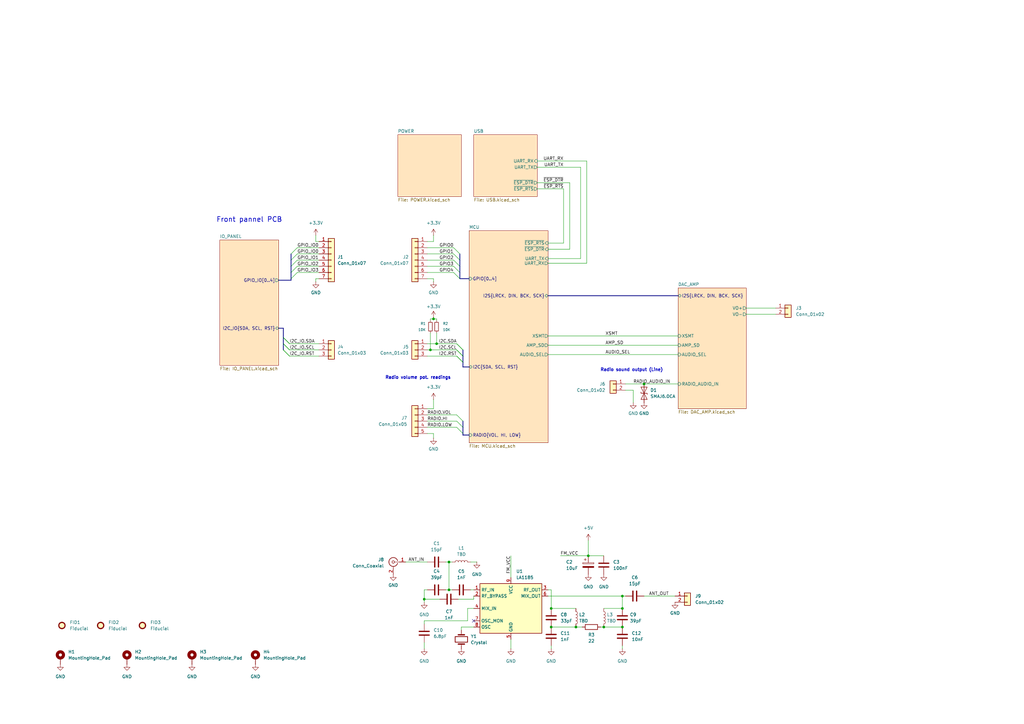
<source format=kicad_sch>
(kicad_sch (version 20250114) (generator "eeschema") (generator_version "9.0")
  (paper "A3")
  (title_block (title "Tesla sextant BT") (rev "2.0"))
  (lib_symbols
    (symbol "Connector:Conn_Coaxial" (pin_names (offset 1.016) (hide yes))
      (property "Reference" "J" (at 0.254 3.048 0))
      (property "Value" "Conn_Coaxial" (at 2.921 0 90))
      (symbol "Conn_Coaxial_0_1"
        (polyline (pts (xy -2.54 0) (xy -0.508 0)))
        (arc (start 1.778 0) (mid 0.222 -1.8079) (end -1.778 -0.508) (stroke (width 0.254)))
        (arc (start -1.778 0.508) (mid 0.2221 1.8084) (end 1.778 0) (stroke (width 0.254)))
        (circle (center 0 0) (radius 0.508) (stroke (width 0.2032)))
        (polyline (pts (xy 0 -2.54) (xy 0 -1.778)))
      )
      (symbol "Conn_Coaxial_1_1"
        (pin passive line (at -5.08 0 0) (length 2.54) (name "In") (number "1"))
        (pin passive line (at 0 -5.08 90) (length 2.54) (name "Ext") (number "2"))
      )
    )
    (symbol "Connector_Generic:Conn_01x02" (pin_names (offset 1.016) (hide yes))
      (property "Reference" "J" (at 0 2.54 0))
      (property "Value" "Conn_01x02" (at 0 -5.08 0))
      (symbol "Conn_01x02_1_1"
        (rectangle (start -1.27 1.27) (end 1.27 -3.81) (stroke (width 0.254)) (fill (type background)))
        (rectangle (start -1.27 0.127) (end 0 -0.127) (stroke (width 0.1524)))
        (rectangle (start -1.27 -2.413) (end 0 -2.667) (stroke (width 0.1524)))
        (pin passive line (at -5.08 0 0) (length 3.81) (name "Pin_1") (number "1"))
        (pin passive line (at -5.08 -2.54 0) (length 3.81) (name "Pin_2") (number "2"))
      )
    )
    (symbol "Connector_Generic:Conn_01x03" (pin_names (offset 1.016) (hide yes))
      (property "Reference" "J" (at 0 5.08 0))
      (property "Value" "Conn_01x03" (at 0 -5.08 0))
      (symbol "Conn_01x03_1_1"
        (rectangle (start -1.27 3.81) (end 1.27 -3.81) (stroke (width 0.254)) (fill (type background)))
        (rectangle (start -1.27 2.667) (end 0 2.413) (stroke (width 0.1524)))
        (rectangle (start -1.27 0.127) (end 0 -0.127) (stroke (width 0.1524)))
        (rectangle (start -1.27 -2.413) (end 0 -2.667) (stroke (width 0.1524)))
        (pin passive line (at -5.08 2.54 0) (length 3.81) (name "Pin_1") (number "1"))
        (pin passive line (at -5.08 0 0) (length 3.81) (name "Pin_2") (number "2"))
        (pin passive line (at -5.08 -2.54 0) (length 3.81) (name "Pin_3") (number "3"))
      )
    )
    (symbol "Connector_Generic:Conn_01x05" (pin_names (offset 1.016) (hide yes))
      (property "Reference" "J" (at 0 7.62 0))
      (property "Value" "Conn_01x05" (at 0 -7.62 0))
      (symbol "Conn_01x05_1_1"
        (rectangle (start -1.27 6.35) (end 1.27 -6.35) (stroke (width 0.254)) (fill (type background)))
        (rectangle (start -1.27 5.207) (end 0 4.953) (stroke (width 0.1524)))
        (rectangle (start -1.27 2.667) (end 0 2.413) (stroke (width 0.1524)))
        (rectangle (start -1.27 0.127) (end 0 -0.127) (stroke (width 0.1524)))
        (rectangle (start -1.27 -2.413) (end 0 -2.667) (stroke (width 0.1524)))
        (rectangle (start -1.27 -4.953) (end 0 -5.207) (stroke (width 0.1524)))
        (pin passive line (at -5.08 5.08 0) (length 3.81) (name "Pin_1") (number "1"))
        (pin passive line (at -5.08 2.54 0) (length 3.81) (name "Pin_2") (number "2"))
        (pin passive line (at -5.08 0 0) (length 3.81) (name "Pin_3") (number "3"))
        (pin passive line (at -5.08 -2.54 0) (length 3.81) (name "Pin_4") (number "4"))
        (pin passive line (at -5.08 -5.08 0) (length 3.81) (name "Pin_5") (number "5"))
      )
    )
    (symbol "Connector_Generic:Conn_01x07" (pin_names (offset 1.016) (hide yes))
      (property "Reference" "J" (at 0 10.16 0))
      (property "Value" "Conn_01x07" (at 0 -10.16 0))
      (symbol "Conn_01x07_1_1"
        (rectangle (start -1.27 8.89) (end 1.27 -8.89) (stroke (width 0.254)) (fill (type background)))
        (rectangle (start -1.27 7.747) (end 0 7.493) (stroke (width 0.1524)))
        (rectangle (start -1.27 5.207) (end 0 4.953) (stroke (width 0.1524)))
        (rectangle (start -1.27 2.667) (end 0 2.413) (stroke (width 0.1524)))
        (rectangle (start -1.27 0.127) (end 0 -0.127) (stroke (width 0.1524)))
        (rectangle (start -1.27 -2.413) (end 0 -2.667) (stroke (width 0.1524)))
        (rectangle (start -1.27 -4.953) (end 0 -5.207) (stroke (width 0.1524)))
        (rectangle (start -1.27 -7.493) (end 0 -7.747) (stroke (width 0.1524)))
        (pin passive line (at -5.08 7.62 0) (length 3.81) (name "Pin_1") (number "1"))
        (pin passive line (at -5.08 5.08 0) (length 3.81) (name "Pin_2") (number "2"))
        (pin passive line (at -5.08 2.54 0) (length 3.81) (name "Pin_3") (number "3"))
        (pin passive line (at -5.08 0 0) (length 3.81) (name "Pin_4") (number "4"))
        (pin passive line (at -5.08 -2.54 0) (length 3.81) (name "Pin_5") (number "5"))
        (pin passive line (at -5.08 -5.08 0) (length 3.81) (name "Pin_6") (number "6"))
        (pin passive line (at -5.08 -7.62 0) (length 3.81) (name "Pin_7") (number "7"))
      )
    )
    (symbol "Device:C" (pin_numbers (hide yes)) (pin_names (offset 0.254))
      (property "Reference" "C" (at 0.635 2.54 0))
      (property "Value" "C" (at 0.635 -2.54 0))
      (symbol "C_0_1"
        (polyline (pts (xy -2.032 0.762) (xy 2.032 0.762)) (stroke (width 0.508)))
        (polyline (pts (xy -2.032 -0.762) (xy 2.032 -0.762)) (stroke (width 0.508)))
      )
      (symbol "C_1_1"
        (pin passive line (at 0 3.81 270) (length 2.794) (name "~") (number "1"))
        (pin passive line (at 0 -3.81 90) (length 2.794) (name "~") (number "2"))
      )
    )
    (symbol "Device:C_Polarized" (pin_numbers (hide yes)) (pin_names (offset 0.254))
      (property "Reference" "C" (at 0.635 2.54 0))
      (property "Value" "C_Polarized" (at 0.635 -2.54 0))
      (symbol "C_Polarized_0_1"
        (rectangle (start -2.286 0.508) (end 2.286 1.016))
        (polyline (pts (xy -1.778 2.286) (xy -0.762 2.286)))
        (polyline (pts (xy -1.27 2.794) (xy -1.27 1.778)))
        (rectangle (start 2.286 -0.508) (end -2.286 -1.016) (fill (type outline)))
      )
      (symbol "C_Polarized_1_1"
        (pin passive line (at 0 3.81 270) (length 2.794) (name "~") (number "1"))
        (pin passive line (at 0 -3.81 90) (length 2.794) (name "~") (number "2"))
      )
    )
    (symbol "Device:Crystal" (pin_numbers (hide yes)) (pin_names (offset 1.016) (hide yes))
      (property "Reference" "Y" (at 0 3.81 0))
      (property "Value" "Crystal" (at 0 -3.81 0))
      (symbol "Crystal_0_1"
        (polyline (pts (xy -2.54 0) (xy -1.905 0)))
        (polyline (pts (xy -1.905 -1.27) (xy -1.905 1.27)) (stroke (width 0.508)))
        (rectangle (start -1.143 2.54) (end 1.143 -2.54) (stroke (width 0.3048)))
        (polyline (pts (xy 1.905 -1.27) (xy 1.905 1.27)) (stroke (width 0.508)))
        (polyline (pts (xy 2.54 0) (xy 1.905 0)))
      )
      (symbol "Crystal_1_1"
        (pin passive line (at -3.81 0 0) (length 1.27) (name "1") (number "1"))
        (pin passive line (at 3.81 0 180) (length 1.27) (name "2") (number "2"))
      )
    )
    (symbol "Device:L" (pin_numbers (hide yes)) (pin_names (offset 1.016) (hide yes))
      (property "Reference" "L" (at -1.27 0 90))
      (property "Value" "L" (at 1.905 0 90))
      (symbol "L_0_1"
        (arc (start 0 2.54) (mid 0.6323 1.905) (end 0 1.27))
        (arc (start 0 1.27) (mid 0.6323 0.635) (end 0 0))
        (arc (start 0 0) (mid 0.6323 -0.635) (end 0 -1.27))
        (arc (start 0 -1.27) (mid 0.6323 -1.905) (end 0 -2.54))
      )
      (symbol "L_1_1"
        (pin passive line (at 0 3.81 270) (length 1.27) (name "1") (number "1"))
        (pin passive line (at 0 -3.81 90) (length 1.27) (name "2") (number "2"))
      )
    )
    (symbol "Device:R" (pin_numbers (hide yes)) (pin_names (offset 0))
      (property "Reference" "R" (at 2.032 0 90))
      (property "Value" "R" (at 0 0 90))
      (symbol "R_0_1"
        (rectangle (start -1.016 -2.54) (end 1.016 2.54) (stroke (width 0.254)))
      )
      (symbol "R_1_1"
        (pin passive line (at 0 3.81 270) (length 1.27) (name "~") (number "1"))
        (pin passive line (at 0 -3.81 90) (length 1.27) (name "~") (number "2"))
      )
    )
    (symbol "Device:R_Small" (pin_numbers (hide yes)) (pin_names (offset 0.254) (hide yes))
      (property "Reference" "R" (at 0 0 90))
      (property "Value" "R_Small" (at 1.778 0 90))
      (symbol "R_Small_0_1"
        (rectangle (start -0.762 1.778) (end 0.762 -1.778) (stroke (width 0.2032)))
      )
      (symbol "R_Small_1_1"
        (pin passive line (at 0 2.54 270) (length 0.762) (name "~") (number "1"))
        (pin passive line (at 0 -2.54 90) (length 0.762) (name "~") (number "2"))
      )
    )
    (symbol "Diode:SMAJ6.0CA" (pin_numbers (hide yes)) (pin_names (offset 1.016) (hide yes))
      (property "Reference" "D" (at 0 2.54 0))
      (property "Value" "SMAJ6.0CA" (at 0 -2.54 0))
      (symbol "SMAJ6.0CA_0_1"
        (polyline (pts (xy -2.54 -1.27) (xy 0 0) (xy -2.54 1.27) (xy -2.54 -1.27)) (stroke (width 0.2032)))
        (polyline (pts (xy 0.508 1.27) (xy 0 1.27) (xy 0 -1.27) (xy -0.508 -1.27)) (stroke (width 0.2032)))
        (polyline (pts (xy 1.27 0) (xy -1.27 0)))
        (polyline (pts (xy 2.54 1.27) (xy 2.54 -1.27) (xy 0 0) (xy 2.54 1.27)) (stroke (width 0.2032)))
      )
      (symbol "SMAJ6.0CA_1_1"
        (pin passive line (at -3.81 0 0) (length 2.54) (name "A1") (number "1"))
        (pin passive line (at 3.81 0 180) (length 2.54) (name "A2") (number "2"))
      )
    )
    (symbol "Mechanical:Fiducial" (in_bom no)
      (property "Reference" "FID" (at 0 5.08 0))
      (property "Value" "Fiducial" (at 0 3.175 0))
      (symbol "Fiducial_0_1"
        (circle (center 0 0) (radius 1.27) (stroke (width 0.508)) (fill (type background)))
      )
    )
    (symbol "Mechanical:MountingHole_Pad" (pin_numbers (hide yes)) (pin_names (offset 1.016) (hide yes)) (in_bom no)
      (property "Reference" "H" (at 0 6.35 0))
      (property "Value" "MountingHole_Pad" (at 0 4.445 0))
      (symbol "MountingHole_Pad_0_1"
        (circle (center 0 1.27) (radius 1.27) (stroke (width 1.27)))
      )
      (symbol "MountingHole_Pad_1_1"
        (pin input line (at 0 -2.54 90) (length 2.54) (name "1") (number "1"))
      )
    )
    (symbol "RF_AM_FM:LA1185"
      (property "Reference" "U" (at -12.7 12.7 0))
      (property "Value" "LA1185" (at -7.62 -12.7 0))
      (symbol "LA1185_0_1"
        (rectangle (start -12.7 10.16) (end 12.7 -10.16) (stroke (width 0.254)) (fill (type background)))
      )
      (symbol "LA1185_1_1"
        (pin input line (at -15.24 7.62 0) (length 2.54) (name "RF_IN") (number "1"))
        (pin passive line (at -15.24 5.08 0) (length 2.54) (name "RF_BYPASS") (number "2"))
        (pin input line (at -15.24 0 0) (length 2.54) (name "MIX_IN") (number "4"))
        (pin passive line (at -15.24 -5.08 0) (length 2.54) (name "OSC_MON") (number "7"))
        (pin output line (at -15.24 -7.62 0) (length 2.54) (name "OSC") (number "8"))
        (pin power_in line (at 0 12.7 270) (length 2.54) (name "VCC") (number "9"))
        (pin power_in line (at 0 -12.7 90) (length 2.54) (name "GND") (number "5"))
        (pin output line (at 15.24 7.62 180) (length 2.54) (name "RF_OUT") (number "3"))
        (pin output line (at 15.24 5.08 180) (length 2.54) (name "MIX_OUT") (number "6"))
      )
    )
    (symbol "power:+3.3V" (power) (pin_numbers (hide yes)) (pin_names (offset 0) (hide yes))
      (property "Value" "+3.3V" (at 0 3.556 0))
      (symbol "+3.3V_0_1"
        (polyline (pts (xy -0.762 1.27) (xy 0 2.54)))
        (polyline (pts (xy 0 2.54) (xy 0.762 1.27)))
        (polyline (pts (xy 0 0) (xy 0 2.54)))
      )
      (symbol "+3.3V_1_1"
        (pin power_in line (at 0 0 90) (length 0) (name "~") (number "1"))
      )
    )
    (symbol "power:+5V" (power) (pin_numbers (hide yes)) (pin_names (offset 0) (hide yes))
      (property "Value" "+5V" (at 0 3.556 0))
      (symbol "+5V_0_1"
        (polyline (pts (xy -0.762 1.27) (xy 0 2.54)))
        (polyline (pts (xy 0 2.54) (xy 0.762 1.27)))
        (polyline (pts (xy 0 0) (xy 0 2.54)))
      )
      (symbol "+5V_1_1"
        (pin power_in line (at 0 0 90) (length 0) (name "~") (number "1"))
      )
    )
    (symbol "power:GND" (power) (pin_numbers (hide yes)) (pin_names (offset 0) (hide yes))
      (property "Value" "GND" (at 0 -3.81 0))
      (symbol "GND_0_1"
        (polyline (pts (xy 0 0) (xy 0 -1.27) (xy 1.27 -1.27) (xy 0 -2.54) (xy -1.27 -1.27) (xy 0 -1.27)))
      )
      (symbol "GND_1_1"
        (pin power_in line (at 0 0 270) (length 0) (name "~") (number "1"))
      )
    )
  )
  (text "Radio volume pot. readings" (at 171.45 154.94 0) (effects (font (size 1.27 1.27) (thickness 0.254) (bold yes))))
  (text "Radio sound output (Line)" (at 259.08 151.765 0) (effects (font (size 1.27 1.27) (thickness 0.254) (bold yes))))
  (text "Front pannel PCB" (at 102.235 90.17 0) (effects (font (size 2 2) (thickness 0.254) (bold yes))))
  (junction (at 177.8 130.81))
  (junction (at 176.53 143.51))
  (junction (at 247.65 257.175))
  (junction (at 264.16 157.48))
  (junction (at 255.27 257.175))
  (junction (at 241.3 227.965))
  (junction (at 226.06 257.175))
  (junction (at 255.27 244.475))
  (junction (at 179.07 140.97))
  (junction (at 184.15 230.505))
  (junction (at 236.22 257.175))
  (junction (at 184.15 241.935))
  (junction (at 173.99 245.745))
  (junction (at 226.06 249.555))
  (junction (at 255.27 249.555))
  (no_connect (at 194.31 254.635))
  (bus_entry (at 119.38 109.22) (size 2.54 -2.54))
  (bus_entry (at 116.205 138.43) (size 2.54 2.54))
  (bus_entry (at 189.865 148.59) (size -2.54 -2.54))
  (bus_entry (at 188.595 114.3) (size -2.54 -2.54))
  (bus_entry (at 119.38 104.14) (size 2.54 -2.54))
  (bus_entry (at 188.595 104.14) (size -2.54 -2.54))
  (bus_entry (at 188.595 106.68) (size -2.54 -2.54))
  (bus_entry (at 189.865 146.05) (size -2.54 -2.54))
  (bus_entry (at 119.38 106.68) (size 2.54 -2.54))
  (bus_entry (at 189.865 143.51) (size -2.54 -2.54))
  (bus_entry (at 188.595 111.76) (size -2.54 -2.54))
  (bus_entry (at 119.38 114.3) (size 2.54 -2.54))
  (bus_entry (at 119.38 111.76) (size 2.54 -2.54))
  (bus_entry (at 116.205 140.97) (size 2.54 2.54))
  (bus_entry (at 189.865 175.26) (size -2.54 -2.54))
  (bus_entry (at 116.205 138.43) (size 2.54 2.54))
  (bus_entry (at 189.865 148.59) (size -2.54 -2.54))
  (bus_entry (at 116.205 143.51) (size 2.54 2.54))
  (bus_entry (at 116.205 140.97) (size 2.54 2.54))
  (bus_entry (at 189.865 177.8) (size -2.54 -2.54))
  (bus_entry (at 116.205 143.51) (size 2.54 2.54))
  (bus_entry (at 189.865 146.05) (size -2.54 -2.54))
  (bus_entry (at 189.865 172.72) (size -2.54 -2.54))
  (bus_entry (at 189.865 143.51) (size -2.54 -2.54))
  (bus_entry (at 188.595 109.22) (size -2.54 -2.54))
  (bus (pts (xy 188.595 111.76) (xy 188.595 114.3)))
  (wire (pts (xy 177.8 99.06) (xy 175.26 99.06)))
  (wire (pts (xy 179.07 140.97) (xy 187.325 140.97)))
  (wire (pts (xy 224.79 141.605) (xy 278.13 141.605)))
  (wire (pts (xy 220.345 77.47) (xy 231.14 77.47)))
  (wire (pts (xy 175.26 170.18) (xy 187.325 170.18)))
  (wire (pts (xy 121.92 101.6) (xy 130.81 101.6)))
  (wire (pts (xy 176.53 143.51) (xy 187.325 143.51)))
  (bus (pts (xy 189.865 178.435) (xy 192.405 178.435)))
  (wire (pts (xy 193.04 241.935) (xy 194.31 241.935)))
  (bus (pts (xy 116.205 134.62) (xy 116.205 138.43)))
  (wire (pts (xy 224.79 102.235) (xy 233.68 102.235)))
  (wire (pts (xy 176.53 136.525) (xy 176.53 143.51)))
  (wire (pts (xy 121.92 104.14) (xy 130.81 104.14)))
  (wire (pts (xy 129.54 96.52) (xy 129.54 99.06)))
  (wire (pts (xy 177.8 130.81) (xy 176.53 130.81)))
  (wire (pts (xy 209.55 266.065) (xy 209.55 262.255)))
  (wire (pts (xy 175.26 114.3) (xy 177.8 114.3)))
  (bus (pts (xy 189.865 175.26) (xy 189.865 177.8)))
  (wire (pts (xy 179.07 131.445) (xy 179.07 130.81)))
  (wire (pts (xy 173.99 245.745) (xy 180.34 245.745)))
  (wire (pts (xy 241.3 221.615) (xy 241.3 227.965)))
  (wire (pts (xy 175.26 143.51) (xy 176.53 143.51)))
  (wire (pts (xy 185.42 230.505) (xy 184.15 230.505)))
  (bus (pts (xy 119.38 104.14) (xy 119.38 106.68)))
  (wire (pts (xy 191.77 249.555) (xy 194.31 249.555)))
  (wire (pts (xy 224.79 107.95) (xy 240.665 107.95)))
  (wire (pts (xy 187.325 172.72) (xy 175.26 172.72)))
  (wire (pts (xy 176.53 130.81) (xy 176.53 131.445)))
  (wire (pts (xy 255.27 244.475) (xy 255.27 249.555)))
  (wire (pts (xy 129.54 99.06) (xy 130.81 99.06)))
  (wire (pts (xy 256.54 157.48) (xy 264.16 157.48)))
  (wire (pts (xy 264.16 157.48) (xy 278.13 157.48)))
  (wire (pts (xy 121.92 106.68) (xy 130.81 106.68)))
  (wire (pts (xy 226.06 249.555) (xy 236.22 249.555)))
  (wire (pts (xy 194.31 245.745) (xy 187.96 245.745)))
  (bus (pts (xy 189.865 172.72) (xy 189.865 175.26)))
  (wire (pts (xy 177.8 163.83) (xy 177.8 167.64)))
  (wire (pts (xy 255.27 244.475) (xy 256.54 244.475)))
  (wire (pts (xy 226.06 257.175) (xy 236.22 257.175)))
  (wire (pts (xy 173.99 255.905) (xy 173.99 254.635)))
  (wire (pts (xy 220.345 66.04) (xy 240.665 66.04)))
  (bus (pts (xy 189.865 177.8) (xy 189.865 178.435)))
  (wire (pts (xy 255.27 266.065) (xy 255.27 264.795)))
  (wire (pts (xy 129.54 114.3) (xy 129.54 115.57)))
  (wire (pts (xy 173.99 254.635) (xy 191.77 254.635)))
  (wire (pts (xy 194.31 245.745) (xy 194.31 244.475)))
  (bus (pts (xy 188.595 109.22) (xy 188.595 111.76)))
  (wire (pts (xy 233.68 102.235) (xy 233.68 74.93)))
  (wire (pts (xy 175.26 140.97) (xy 179.07 140.97)))
  (wire (pts (xy 247.65 257.175) (xy 255.27 257.175)))
  (bus (pts (xy 119.38 111.76) (xy 119.38 114.3)))
  (wire (pts (xy 224.79 244.475) (xy 255.27 244.475)))
  (wire (pts (xy 236.22 257.175) (xy 238.76 257.175)))
  (wire (pts (xy 259.715 160.02) (xy 259.715 165.1)))
  (bus (pts (xy 224.79 121.285) (xy 278.13 121.285)))
  (bus (pts (xy 114.3 134.62) (xy 116.205 134.62)))
  (wire (pts (xy 256.54 160.02) (xy 259.715 160.02)))
  (wire (pts (xy 186.055 109.22) (xy 175.26 109.22)))
  (wire (pts (xy 231.14 77.47) (xy 231.14 99.695)))
  (wire (pts (xy 179.07 136.525) (xy 179.07 140.97)))
  (wire (pts (xy 179.07 130.81) (xy 177.8 130.81)))
  (wire (pts (xy 182.88 241.935) (xy 184.15 241.935)))
  (wire (pts (xy 224.79 99.695) (xy 231.14 99.695)))
  (wire (pts (xy 186.055 104.14) (xy 175.26 104.14)))
  (wire (pts (xy 130.81 146.05) (xy 118.745 146.05)))
  (wire (pts (xy 186.055 111.76) (xy 175.26 111.76)))
  (wire (pts (xy 224.79 137.795) (xy 278.13 137.795)))
  (wire (pts (xy 175.26 177.8) (xy 177.8 177.8)))
  (wire (pts (xy 209.55 227.965) (xy 209.55 236.855)))
  (wire (pts (xy 306.07 126.365) (xy 318.135 126.365)))
  (wire (pts (xy 220.345 68.58) (xy 238.125 68.58)))
  (bus (pts (xy 188.595 114.3) (xy 192.405 114.3)))
  (wire (pts (xy 191.77 254.635) (xy 191.77 249.555)))
  (wire (pts (xy 226.06 266.065) (xy 226.06 264.795)))
  (wire (pts (xy 241.3 227.965) (xy 247.65 227.965)))
  (wire (pts (xy 264.16 244.475) (xy 276.86 244.475)))
  (wire (pts (xy 194.31 257.175) (xy 189.23 257.175)))
  (wire (pts (xy 184.15 230.505) (xy 182.88 230.505)))
  (wire (pts (xy 121.92 111.76) (xy 130.81 111.76)))
  (bus (pts (xy 188.595 104.14) (xy 188.595 106.68)))
  (wire (pts (xy 195.58 230.505) (xy 193.04 230.505)))
  (wire (pts (xy 224.79 106.045) (xy 238.125 106.045)))
  (wire (pts (xy 184.15 241.935) (xy 185.42 241.935)))
  (wire (pts (xy 238.125 106.045) (xy 238.125 68.58)))
  (wire (pts (xy 173.99 247.015) (xy 173.99 245.745)))
  (wire (pts (xy 189.23 257.175) (xy 189.23 258.445)))
  (bus (pts (xy 189.865 150.495) (xy 192.405 150.495)))
  (wire (pts (xy 226.06 241.935) (xy 226.06 249.555)))
  (wire (pts (xy 173.99 241.935) (xy 175.26 241.935)))
  (wire (pts (xy 186.055 101.6) (xy 175.26 101.6)))
  (wire (pts (xy 177.8 177.8) (xy 177.8 179.705)))
  (wire (pts (xy 177.8 167.64) (xy 175.26 167.64)))
  (wire (pts (xy 173.99 245.745) (xy 173.99 241.935)))
  (bus (pts (xy 116.205 138.43) (xy 116.205 140.97)))
  (wire (pts (xy 186.055 106.68) (xy 175.26 106.68)))
  (bus (pts (xy 114.3 114.935) (xy 119.38 114.935)))
  (wire (pts (xy 187.325 175.26) (xy 175.26 175.26)))
  (wire (pts (xy 177.8 114.3) (xy 177.8 115.57)))
  (wire (pts (xy 130.81 114.3) (xy 129.54 114.3)))
  (wire (pts (xy 229.87 227.965) (xy 241.3 227.965)))
  (wire (pts (xy 175.26 146.05) (xy 187.325 146.05)))
  (bus (pts (xy 119.38 114.935) (xy 119.38 114.3)))
  (wire (pts (xy 130.81 140.97) (xy 118.745 140.97)))
  (wire (pts (xy 246.38 257.175) (xy 247.65 257.175)))
  (wire (pts (xy 177.8 96.52) (xy 177.8 99.06)))
  (wire (pts (xy 130.81 143.51) (xy 118.745 143.51)))
  (wire (pts (xy 247.65 249.555) (xy 255.27 249.555)))
  (wire (pts (xy 184.15 230.505) (xy 184.15 241.935)))
  (wire (pts (xy 306.07 128.905) (xy 318.135 128.905)))
  (wire (pts (xy 220.345 74.93) (xy 233.68 74.93)))
  (wire (pts (xy 173.99 266.065) (xy 173.99 263.525)))
  (bus (pts (xy 119.38 106.68) (xy 119.38 109.22)))
  (bus (pts (xy 189.865 148.59) (xy 189.865 150.495)))
  (bus (pts (xy 189.865 143.51) (xy 189.865 146.05)))
  (wire (pts (xy 121.92 109.22) (xy 130.81 109.22)))
  (wire (pts (xy 224.79 145.415) (xy 278.13 145.415)))
  (bus (pts (xy 116.205 140.97) (xy 116.205 143.51)))
  (wire (pts (xy 177.8 130.81) (xy 177.8 130.175)))
  (bus (pts (xy 119.38 109.22) (xy 119.38 111.76)))
  (wire (pts (xy 166.37 230.505) (xy 175.26 230.505)))
  (wire (pts (xy 240.665 107.95) (xy 240.665 66.04)))
  (wire (pts (xy 226.06 241.935) (xy 224.79 241.935)))
  (bus (pts (xy 189.865 146.05) (xy 189.865 148.59)))
  (bus (pts (xy 188.595 106.68) (xy 188.595 109.22)))
  (label "~{ESP_RTS}" (at 231.14 77.47 180))
  (label "UART_RX" (at 231.14 66.04 180))
  (label "RADIO.HI" (at 175.26 172.72 0))
  (label "I2C.SCL" (at 187.325 143.51 180))
  (label "GPIO4" (at 186.055 111.76 180))
  (label "ANT_OUT" (at 274.32 244.475 180))
  (label "~{ESP_DTR}" (at 231.14 74.93 180))
  (label "ANT_IN" (at 173.99 230.505 180))
  (label "FM_VCC" (at 229.87 227.965 0))
  (label "GPIO2" (at 186.055 106.68 180))
  (label "AUDIO_SEL" (at 248.285 145.415 0))
  (label "GPIO1" (at 186.055 104.14 180))
  (label "I2C_IO.SCL" (at 118.745 143.51 0))
  (label "I2C_IO.RST" (at 118.745 146.05 0))
  (label "XSMT" (at 248.285 137.795 0))
  (label "I2C.SDA" (at 187.325 140.97 180))
  (label "UART_TX" (at 231.14 68.58 180))
  (label "GPIO_IO0" (at 121.92 104.14 0))
  (label "I2C.RST" (at 187.325 146.05 180))
  (label "RADIO_AUDIO_IN" (at 259.715 157.48 0))
  (label "GPIO_IO0" (at 121.92 101.6 0))
  (label "RADIO.VOL" (at 175.26 170.18 0))
  (label "GPIO_IO3" (at 121.92 111.76 0))
  (label "GPIO3" (at 186.055 109.22 180))
  (label "FM_VCC" (at 209.55 227.965 270))
  (label "GPIO_IO2" (at 121.92 109.22 0))
  (label "I2C_IO.SDA" (at 118.745 140.97 0))
  (label "GPIO0" (at 186.055 101.6 180))
  (label "RADIO.LOW" (at 175.26 175.26 0))
  (label "GPIO_IO1" (at 121.92 106.68 0))
  (label "AMP_SD" (at 248.285 141.605 0))
  (symbol (lib_id "power:GND") (at 173.99 247.015 0) (unit 1)
    (property "Reference" "#PWR015" (effects (hide yes)))
    (property "Value" "GND" (at 173.99 252.095 0))
    (property "Description" "Power symbol creates a global label with name \"GND\" , ground" (effects (hide yes)))
  )
  (symbol (lib_id "power:GND") (at 276.86 247.015 0) (mirror y) (unit 1)
    (property "Reference" "#PWR016" (effects (hide yes)))
    (property "Value" "GND" (at 276.86 251.46 0))
    (property "Description" "Power symbol creates a global label with name \"GND\" , ground" (effects (hide yes)))
  )
  (symbol (lib_id "power:GND") (at 177.8 179.705 0) (mirror y) (unit 1)
    (property "Reference" "#PWR09" (effects (hide yes)))
    (property "Value" "GND" (at 177.8 184.15 0))
    (property "Description" "Power symbol creates a global label with name \"GND\" , ground" (effects (hide yes)))
  )
  (symbol (lib_id "Mechanical:Fiducial") (at 41.275 256.54 0) (unit 1) (in_bom no)
    (property "Reference" "FID2" (at 44.45 255.2699 0) (effects (justify left)))
    (property "Value" "Fiducial" (at 44.45 257.8099 0) (effects (justify left)))
    (property "Footprint" "Fiducial:Fiducial_1mm_Mask2mm" (effects (hide yes)))
    (property "Description" "Fiducial Marker" (effects (hide yes)))
  )
  (symbol (lib_id "power:+3.3V") (at 177.8 96.52 0) (mirror y) (unit 1)
    (property "Reference" "#PWR02" (effects (hide yes)))
    (property "Value" "+3.3V" (at 177.8 91.44 0))
    (property "Description" "Power symbol creates a global label with name \"+3.3V\"" (effects (hide yes)))
  )
  (symbol (lib_id "Device:L") (at 189.23 230.505 270) (mirror x) (unit 1)
    (property "Reference" "L1" (at 189.23 224.79 90))
    (property "Value" "TBD" (at 189.23 227.33 90))
    (property "Description" "Inductor" (effects (hide yes)))
  )
  (symbol (lib_id "Device:R_Small") (at 176.53 133.985 0) (mirror y) (unit 1)
    (property "Reference" "R1" (at 174.625 132.7149 0) (effects (font (size 1.016 1.016)) (justify left)))
    (property "Value" "10K" (at 174.625 135.2549 0) (effects (font (size 1.016 1.016)) (justify left)))
    (property "Description" "Resistor, small symbol" (effects (hide yes)))
  )
  (symbol (lib_id "power:GND") (at 209.55 266.065 0) (unit 1)
    (property "Reference" "#PWR019" (effects (hide yes)))
    (property "Value" "GND" (at 209.55 271.145 0))
    (property "Description" "Power symbol creates a global label with name \"GND\" , ground" (effects (hide yes)))
  )
  (symbol (lib_id "Device:Crystal") (at 189.23 262.255 90) (unit 1)
    (property "Reference" "Y1" (at 193.04 260.9849 90) (effects (justify right)))
    (property "Value" "Crystal" (at 193.04 263.5249 90) (effects (justify right)))
    (property "Description" "Two pin crystal" (effects (hide yes)))
  )
  (symbol (lib_id "power:GND") (at 259.715 165.1 0) (mirror y) (unit 1)
    (property "Reference" "#PWR07" (effects (hide yes)))
    (property "Value" "GND" (at 259.715 169.545 0))
    (property "Description" "Power symbol creates a global label with name \"GND\" , ground" (effects (hide yes)))
  )
  (symbol (lib_id "Connector_Generic:Conn_01x02") (at 323.215 126.365 0) (unit 1)
    (property "Reference" "J3" (at 326.39 126.3649 0) (effects (justify left)))
    (property "Value" "Conn_01x02" (at 326.39 128.9049 0) (effects (justify left)))
    (property "Description" "Generic connector, single row, 01x02, script generated (kicad-library-utils/schlib/autogen/connector/)" (effects (hide yes)))
  )
  (symbol (lib_id "Mechanical:Fiducial") (at 25.4 256.54 0) (unit 1) (in_bom no)
    (property "Reference" "FID1" (at 28.575 255.2699 0) (effects (justify left)))
    (property "Value" "Fiducial" (at 28.575 257.8099 0) (effects (justify left)))
    (property "Footprint" "Fiducial:Fiducial_1mm_Mask2mm" (effects (hide yes)))
    (property "Description" "Fiducial Marker" (effects (hide yes)))
  )
  (symbol (lib_id "Connector_Generic:Conn_01x03") (at 135.89 143.51 0) (unit 1)
    (property "Reference" "J4" (at 138.43 142.2399 0) (effects (justify left)))
    (property "Value" "Conn_01x03" (at 138.43 144.7799 0) (effects (justify left)))
    (property "Description" "Generic connector, single row, 01x03, script generated (kicad-library-utils/schlib/autogen/connector/)" (effects (hide yes)))
  )
  (symbol (lib_id "power:GND") (at 161.29 235.585 0) (mirror y) (unit 1)
    (property "Reference" "#PWR012" (effects (hide yes)))
    (property "Value" "GND" (at 161.29 240.03 0))
    (property "Description" "Power symbol creates a global label with name \"GND\" , ground" (effects (hide yes)))
  )
  (symbol (lib_id "power:GND") (at 104.775 272.415 0) (unit 1)
    (property "Reference" "#PWR025" (effects (hide yes)))
    (property "Value" "GND" (at 104.775 277.495 0))
    (property "Description" "Power symbol creates a global label with name \"GND\" , ground" (effects (hide yes)))
  )
  (symbol (lib_id "power:GND") (at 264.16 165.1 0) (mirror y) (unit 1)
    (property "Reference" "#PWR08" (effects (hide yes)))
    (property "Value" "GND" (at 264.16 169.545 0))
    (property "Description" "Power symbol creates a global label with name \"GND\" , ground" (effects (hide yes)))
  )
  (symbol (lib_id "power:GND") (at 189.23 266.065 0) (unit 1)
    (property "Reference" "#PWR018" (effects (hide yes)))
    (property "Value" "GND" (at 189.23 271.145 0))
    (property "Description" "Power symbol creates a global label with name \"GND\" , ground" (effects (hide yes)))
  )
  (symbol (lib_id "Device:C") (at 255.27 260.985 0) (unit 1)
    (property "Reference" "C12" (at 259.08 259.7149 0) (effects (justify left)))
    (property "Value" "10nF" (at 259.08 262.2549 0) (effects (justify left)))
    (property "Footprint" "Capacitor_SMD:C_0805_2012Metric_Pad1.18x1.45mm_HandSolder" (effects (hide yes)))
    (property "Description" "Unpolarized capacitor" (effects (hide yes)))
  )
  (symbol (lib_id "Device:C") (at 255.27 253.365 0) (unit 1)
    (property "Reference" "C9" (at 258.318 252.095 0) (effects (justify left)))
    (property "Value" "39pF" (at 258.318 254.635 0) (effects (justify left)))
    (property "Footprint" "Capacitor_SMD:C_0805_2012Metric_Pad1.18x1.45mm_HandSolder" (effects (hide yes)))
    (property "Description" "Unpolarized capacitor" (effects (hide yes)))
  )
  (symbol (lib_id "power:+5V") (at 241.3 221.615 0) (unit 1)
    (property "Reference" "#PWR010" (effects (hide yes)))
    (property "Value" "+5V" (at 241.3 216.535 0))
    (property "Description" "Power symbol creates a global label with name \"+5V\"" (effects (hide yes)))
  )
  (symbol (lib_id "Mechanical:MountingHole_Pad") (at 78.74 269.875 0) (unit 1) (in_bom no)
    (property "Reference" "H3" (at 81.915 267.3349 0) (effects (justify left)))
    (property "Value" "MountingHole_Pad" (at 81.915 269.8749 0) (effects (justify left)))
    (property "Description" "Mounting Hole with connection" (effects (hide yes)))
  )
  (symbol (lib_id "RF_AM_FM:LA1185") (at 209.55 249.555 0) (unit 1)
    (property "Reference" "U1" (at 211.6933 234.315 0) (effects (justify left)))
    (property "Value" "LA1185" (at 211.6933 236.855 0) (effects (justify left)))
    (property "Footprint" "Package_SIP:SIP-9_22.3x3mm_P2.54mm" (effects (hide yes)))
    (property "Datasheet" "https://www.alldatasheet.com/datasheet-pdf/pdf/39974/SANYO/LA1185.html" (effects (hide yes)))
    (property "Description" "FM receiver front-end IC for radio-cassette recorder, music center applications, SIP-9" (effects (hide yes)))
  )
  (symbol (lib_id "Device:C") (at 189.23 241.935 270) (unit 1)
    (property "Reference" "C5" (at 189.23 234.315 90))
    (property "Value" "1nF" (at 189.23 236.855 90))
    (property "Footprint" "Capacitor_SMD:C_0805_2012Metric_Pad1.18x1.45mm_HandSolder" (effects (hide yes)))
    (property "Description" "Unpolarized capacitor" (effects (hide yes)))
  )
  (symbol (lib_id "Device:L") (at 247.65 253.365 0) (unit 1)
    (property "Reference" "L3" (at 248.92 252.0949 0) (effects (justify left)))
    (property "Value" "TBD" (at 248.92 254.6349 0) (effects (justify left)))
    (property "Description" "Inductor" (effects (hide yes)))
  )
  (symbol (lib_id "Mechanical:Fiducial") (at 58.42 256.54 0) (unit 1) (in_bom no)
    (property "Reference" "FID3" (at 61.595 255.2699 0) (effects (justify left)))
    (property "Value" "Fiducial" (at 61.595 257.8099 0) (effects (justify left)))
    (property "Footprint" "Fiducial:Fiducial_1mm_Mask2mm" (effects (hide yes)))
    (property "Description" "Fiducial Marker" (effects (hide yes)))
  )
  (symbol (lib_id "Connector_Generic:Conn_01x07") (at 135.89 106.68 0) (unit 1)
    (property "Reference" "J1" (at 138.43 105.4099 0) (effects (justify left)))
    (property "Value" "Conn_01x07" (at 138.43 107.9499 0) (effects (justify left)))
    (property "Description" "Generic connector, single row, 01x07, script generated (kicad-library-utils/schlib/autogen/connector/)" (effects (hide yes)))
  )
  (symbol (lib_id "Device:C") (at 179.07 241.935 270) (unit 1)
    (property "Reference" "C4" (at 179.07 234.315 90))
    (property "Value" "39pF" (at 179.07 236.855 90))
    (property "Footprint" "Capacitor_SMD:C_0805_2012Metric_Pad1.18x1.45mm_HandSolder" (effects (hide yes)))
    (property "Description" "Unpolarized capacitor" (effects (hide yes)))
  )
  (symbol (lib_id "Connector_Generic:Conn_01x02") (at 281.94 244.475 0) (unit 1)
    (property "Reference" "J9" (at 285.115 244.4749 0) (effects (justify left)))
    (property "Value" "Conn_01x02" (at 285.115 247.0149 0) (effects (justify left)))
    (property "Description" "Generic connector, single row, 01x02, script generated (kicad-library-utils/schlib/autogen/connector/)" (effects (hide yes)))
  )
  (symbol (lib_id "Device:C") (at 247.65 231.775 0) (unit 1)
    (property "Reference" "C3" (at 251.46 230.5049 0) (effects (justify left)))
    (property "Value" "100nF" (at 251.46 233.0449 0) (effects (justify left)))
    (property "Footprint" "Capacitor_SMD:C_0805_2012Metric_Pad1.18x1.45mm_HandSolder" (effects (hide yes)))
    (property "Description" "Unpolarized capacitor" (effects (hide yes)))
  )
  (symbol (lib_id "Device:L") (at 236.22 253.365 0) (unit 1)
    (property "Reference" "L2" (at 237.49 252.0949 0) (effects (justify left)))
    (property "Value" "TBD" (at 237.49 254.6349 0) (effects (justify left)))
    (property "Description" "Inductor" (effects (hide yes)))
  )
  (symbol (lib_id "power:GND") (at 52.07 272.415 0) (unit 1)
    (property "Reference" "#PWR023" (effects (hide yes)))
    (property "Value" "GND" (at 52.07 277.495 0))
    (property "Description" "Power symbol creates a global label with name \"GND\" , ground" (effects (hide yes)))
  )
  (symbol (lib_id "power:GND") (at 24.765 272.415 0) (unit 1)
    (property "Reference" "#PWR022" (effects (hide yes)))
    (property "Value" "GND" (at 24.765 277.495 0))
    (property "Description" "Power symbol creates a global label with name \"GND\" , ground" (effects (hide yes)))
  )
  (symbol (lib_id "power:+3.3V") (at 177.8 163.83 0) (mirror y) (unit 1)
    (property "Reference" "#PWR06" (effects (hide yes)))
    (property "Value" "+3.3V" (at 177.8 158.75 0))
    (property "Description" "Power symbol creates a global label with name \"+3.3V\"" (effects (hide yes)))
  )
  (symbol (lib_id "Device:R") (at 242.57 257.175 90) (unit 1)
    (property "Reference" "R3" (at 242.57 260.35 90))
    (property "Value" "22" (at 242.57 262.89 90))
    (property "Footprint" "Resistor_SMD:R_0805_2012Metric_Pad1.20x1.40mm_HandSolder" (effects (hide yes)))
    (property "Description" "Resistor" (effects (hide yes)))
  )
  (symbol (lib_id "power:GND") (at 255.27 266.065 0) (unit 1)
    (property "Reference" "#PWR021" (effects (hide yes)))
    (property "Value" "GND" (at 255.27 271.145 0))
    (property "Description" "Power symbol creates a global label with name \"GND\" , ground" (effects (hide yes)))
  )
  (symbol (lib_id "Device:C") (at 173.99 259.715 0) (unit 1)
    (property "Reference" "C10" (at 177.8 258.4449 0) (effects (justify left)))
    (property "Value" "6.8pF" (at 177.8 260.9849 0) (effects (justify left)))
    (property "Footprint" "Capacitor_SMD:C_0805_2012Metric_Pad1.18x1.45mm_HandSolder" (effects (hide yes)))
    (property "Description" "Unpolarized capacitor" (effects (hide yes)))
  )
  (symbol (lib_id "Device:C") (at 184.15 245.745 270) (unit 1)
    (property "Reference" "C7" (at 184.15 250.825 90))
    (property "Value" "1nF" (at 184.15 253.365 90))
    (property "Footprint" "Capacitor_SMD:C_0805_2012Metric_Pad1.18x1.45mm_HandSolder" (effects (hide yes)))
    (property "Description" "Unpolarized capacitor" (effects (hide yes)))
  )
  (symbol (lib_id "Mechanical:MountingHole_Pad") (at 24.765 269.875 0) (unit 1) (in_bom no)
    (property "Reference" "H1" (at 27.94 267.3349 0) (effects (justify left)))
    (property "Value" "MountingHole_Pad" (at 27.94 269.8749 0) (effects (justify left)))
    (property "Description" "Mounting Hole with connection" (effects (hide yes)))
  )
  (symbol (lib_id "power:GND") (at 226.06 266.065 0) (unit 1)
    (property "Reference" "#PWR020" (effects (hide yes)))
    (property "Value" "GND" (at 226.06 271.145 0))
    (property "Description" "Power symbol creates a global label with name \"GND\" , ground" (effects (hide yes)))
  )
  (symbol (lib_id "Connector_Generic:Conn_01x03") (at 170.18 143.51 0) (mirror y) (unit 1)
    (property "Reference" "J5" (at 167.64 142.2399 0) (effects (justify left)))
    (property "Value" "Conn_01x03" (at 167.64 144.7799 0) (effects (justify left)))
    (property "Description" "Generic connector, single row, 01x03, script generated (kicad-library-utils/schlib/autogen/connector/)" (effects (hide yes)))
  )
  (symbol (lib_id "Device:C") (at 226.06 260.985 0) (unit 1)
    (property "Reference" "C11" (at 229.87 259.7149 0) (effects (justify left)))
    (property "Value" "1nF" (at 229.87 262.2549 0) (effects (justify left)))
    (property "Footprint" "Capacitor_SMD:C_0805_2012Metric_Pad1.18x1.45mm_HandSolder" (effects (hide yes)))
    (property "Description" "Unpolarized capacitor" (effects (hide yes)))
  )
  (symbol (lib_id "Connector_Generic:Conn_01x07") (at 170.18 106.68 0) (mirror y) (unit 1)
    (property "Reference" "J2" (at 167.64 105.4099 0) (effects (justify left)))
    (property "Value" "Conn_01x07" (at 167.64 107.9499 0) (effects (justify left)))
    (property "Description" "Generic connector, single row, 01x07, script generated (kicad-library-utils/schlib/autogen/connector/)" (effects (hide yes)))
  )
  (symbol (lib_id "Device:C") (at 226.06 253.365 0) (unit 1)
    (property "Reference" "C8" (at 229.87 252.0949 0) (effects (justify left)))
    (property "Value" "33pF" (at 229.87 254.6349 0) (effects (justify left)))
    (property "Footprint" "Capacitor_SMD:C_0805_2012Metric_Pad1.18x1.45mm_HandSolder" (effects (hide yes)))
    (property "Description" "Unpolarized capacitor" (effects (hide yes)))
  )
  (symbol (lib_id "Mechanical:MountingHole_Pad") (at 104.775 269.875 0) (unit 1) (in_bom no)
    (property "Reference" "H4" (at 107.95 267.3349 0) (effects (justify left)))
    (property "Value" "MountingHole_Pad" (at 107.95 269.8749 0) (effects (justify left)))
    (property "Description" "Mounting Hole with connection" (effects (hide yes)))
  )
  (symbol (lib_id "power:GND") (at 129.54 115.57 0) (unit 1)
    (property "Reference" "#PWR03" (effects (hide yes)))
    (property "Value" "GND" (at 129.54 120.015 0))
    (property "Description" "Power symbol creates a global label with name \"GND\" , ground" (effects (hide yes)))
  )
  (symbol (lib_id "power:+3.3V") (at 177.8 130.175 0) (mirror y) (unit 1)
    (property "Reference" "#PWR05" (effects (hide yes)))
    (property "Value" "+3.3V" (at 177.8 125.73 0))
    (property "Description" "Power symbol creates a global label with name \"+3.3V\"" (effects (hide yes)))
  )
  (symbol (lib_id "Device:R_Small") (at 179.07 133.985 0) (unit 1)
    (property "Reference" "R2" (at 181.61 132.7149 0) (effects (font (size 1.016 1.016)) (justify left)))
    (property "Value" "10K" (at 181.61 135.2549 0) (effects (font (size 1.016 1.016)) (justify left)))
    (property "Description" "Resistor, small symbol" (effects (hide yes)))
  )
  (symbol (lib_id "Connector_Generic:Conn_01x02") (at 251.46 157.48 0) (mirror y) (unit 1)
    (property "Reference" "J6" (at 248.285 157.4799 0) (effects (justify left)))
    (property "Value" "Conn_01x02" (at 248.285 160.0199 0) (effects (justify left)))
    (property "Description" "Generic connector, single row, 01x02, script generated (kicad-library-utils/schlib/autogen/connector/)" (effects (hide yes)))
  )
  (symbol (lib_id "Device:C") (at 179.07 230.505 90) (mirror x) (unit 1)
    (property "Reference" "C1" (at 179.07 222.885 90))
    (property "Value" "15pF" (at 179.07 225.425 90))
    (property "Footprint" "Capacitor_SMD:C_0805_2012Metric_Pad1.18x1.45mm_HandSolder" (effects (hide yes)))
    (property "Description" "Unpolarized capacitor" (effects (hide yes)))
  )
  (symbol (lib_id "Device:C") (at 260.35 244.475 90) (unit 1)
    (property "Reference" "C6" (at 260.35 236.855 90))
    (property "Value" "15pF" (at 260.35 239.395 90))
    (property "Footprint" "Capacitor_SMD:C_0805_2012Metric_Pad1.18x1.45mm_HandSolder" (effects (hide yes)))
    (property "Description" "Unpolarized capacitor" (effects (hide yes)))
  )
  (symbol (lib_id "power:GND") (at 177.8 115.57 0) (mirror y) (unit 1)
    (property "Reference" "#PWR04" (effects (hide yes)))
    (property "Value" "GND" (at 177.8 120.015 0))
    (property "Description" "Power symbol creates a global label with name \"GND\" , ground" (effects (hide yes)))
  )
  (symbol (lib_id "power:GND") (at 78.74 272.415 0) (unit 1)
    (property "Reference" "#PWR024" (effects (hide yes)))
    (property "Value" "GND" (at 78.74 277.495 0))
    (property "Description" "Power symbol creates a global label with name \"GND\" , ground" (effects (hide yes)))
  )
  (symbol (lib_id "power:GND") (at 247.65 235.585 0) (unit 1)
    (property "Reference" "#PWR014" (effects (hide yes)))
    (property "Value" "GND" (at 247.65 240.665 0))
    (property "Description" "Power symbol creates a global label with name \"GND\" , ground" (effects (hide yes)))
  )
  (symbol (lib_id "Device:C_Polarized") (at 241.3 231.775 0) (unit 1)
    (property "Reference" "C2" (at 232.156 230.505 0) (effects (justify left)))
    (property "Value" "10uF" (at 232.156 233.045 0) (effects (justify left)))
    (property "Footprint" "Capacitor_SMD:CP_Elec_6.3x7.7" (effects (hide yes)))
    (property "Description" "Polarized capacitor" (effects (hide yes)))
  )
  (symbol (lib_id "power:+3.3V") (at 129.54 96.52 0) (unit 1)
    (property "Reference" "#PWR01" (effects (hide yes)))
    (property "Value" "+3.3V" (at 129.54 91.44 0))
    (property "Description" "Power symbol creates a global label with name \"+3.3V\"" (effects (hide yes)))
  )
  (symbol (lib_id "Diode:SMAJ6.0CA") (at 264.16 161.29 90) (unit 1)
    (property "Reference" "D1" (at 266.7 160.02 90) (effects (justify right)))
    (property "Value" "SMAJ6.0CA" (at 266.7 162.56 90) (effects (justify right)))
    (property "Footprint" "Diode_SMD:D_SMA" (effects (hide yes)))
    (property "Datasheet" "https://www.littelfuse.com/media?resourcetype=datasheets&itemid=75e32973-b177-4ee3-a0ff-cedaf1abdb93&filename=smaj-datasheet" (effects (hide yes)))
    (property "Description" "400W bidirectional Transient Voltage Suppressor, 6.0Vr, SMA(DO-214AC)" (effects (hide yes)))
  )
  (symbol (lib_id "Mechanical:MountingHole_Pad") (at 52.07 269.875 0) (unit 1) (in_bom no)
    (property "Reference" "H2" (at 55.245 267.3349 0) (effects (justify left)))
    (property "Value" "MountingHole_Pad" (at 55.245 269.8749 0) (effects (justify left)))
    (property "Description" "Mounting Hole with connection" (effects (hide yes)))
  )
  (symbol (lib_id "power:GND") (at 173.99 266.065 0) (unit 1)
    (property "Reference" "#PWR017" (effects (hide yes)))
    (property "Value" "GND" (at 173.99 271.145 0))
    (property "Description" "Power symbol creates a global label with name \"GND\" , ground" (effects (hide yes)))
  )
  (symbol (lib_id "Connector_Generic:Conn_01x05") (at 170.18 172.72 0) (mirror y) (unit 1)
    (property "Reference" "J7" (at 167.005 171.4499 0) (effects (justify left)))
    (property "Value" "Conn_01x05" (at 167.005 173.9899 0) (effects (justify left)))
    (property "Description" "Generic connector, single row, 01x05, script generated (kicad-library-utils/schlib/autogen/connector/)" (effects (hide yes)))
  )
  (symbol (lib_id "power:GND") (at 241.3 235.585 0) (unit 1)
    (property "Reference" "#PWR013" (effects (hide yes)))
    (property "Value" "GND" (at 241.3 240.665 0))
    (property "Description" "Power symbol creates a global label with name \"GND\" , ground" (effects (hide yes)))
  )
  (symbol (lib_id "power:GND") (at 195.58 230.505 0) (mirror y) (unit 1)
    (property "Reference" "#PWR011" (effects (hide yes)))
    (property "Value" "GND" (at 195.58 235.585 0))
    (property "Description" "Power symbol creates a global label with name \"GND\" , ground" (effects (hide yes)))
  )
  (symbol (lib_id "Connector:Conn_Coaxial") (at 161.29 230.505 0) (mirror y) (unit 1)
    (property "Reference" "J8" (at 157.48 229.5281 0) (effects (justify left)))
    (property "Value" "Conn_Coaxial" (at 157.48 232.0681 0) (effects (justify left)))
    (property "Description" "coaxial connector (BNC, SMA, SMB, SMC, Cinch/RCA, LEMO, ...)" (effects (hide yes)))
  )
  (sheet (at 90.17 98.425) (size 24.13 51.435) (stroke (width 0.1524)) (fill (color 255 229 191 1.0000))
    (property "Sheetname" "IO_PANEL" (at 90.17 97.7134 0) (effects (justify left bottom)))
    (property "Sheetfile" "IO_PANEL.kicad_sch" (at 90.17 150.4446 0) (effects (justify left top)))
    (pin "GPIO_IO[0..4]" output (at 114.3 114.935 0))
    (pin "I2C_IO{SDA, SCL, RST}" bidirectional (at 114.3 134.62 0))
  )
  (sheet (at 192.405 94.615) (size 32.385 86.995) (stroke (width 0.1524)) (fill (color 255 229 191 1.0000))
    (property "Sheetname" "MCU" (at 192.405 93.9034 0) (effects (justify left bottom)))
    (property "Sheetfile" "MCU.kicad_sch" (at 192.405 182.1946 0) (effects (justify left top)))
    (pin "UART_RX" output (at 224.79 107.95 0))
    (pin "UART_TX" input (at 224.79 106.045 0))
    (pin "~{ESP_DTR}" input (at 224.79 102.235 0))
    (pin "~{ESP_RTS}" input (at 224.79 99.695 0))
    (pin "I2S{LRCK, DIN, BCK, SCK}" bidirectional (at 224.79 121.285 0))
    (pin "GPIO[0..4]" input (at 192.405 114.3 180))
    (pin "I2C{SDA, SCL, RST}" bidirectional (at 192.405 150.495 180))
    (pin "RADIO{VOL, HI, LOW}" input (at 192.405 178.435 180))
    (pin "AMP_SD" output (at 224.79 141.605 0))
    (pin "AUDIO_SEL" output (at 224.79 145.415 0))
    (pin "XSMT" output (at 224.79 137.795 0))
  )
  (sheet (at 163.195 55.245) (size 26.035 25.4) (stroke (width 0.1524)) (fill (color 255 229 191 1.0000))
    (property "Sheetname" "POWER" (at 163.195 54.5334 0) (effects (justify left bottom)))
    (property "Sheetfile" "POWER.kicad_sch" (at 163.195 81.2296 0) (effects (justify left top)))
  )
  (sheet (at 194.31 55.245) (size 26.035 25.4) (stroke (width 0.1524)) (fill (color 255 229 191 1.0000))
    (property "Sheetname" "USB" (at 194.31 54.5334 0) (effects (justify left bottom)))
    (property "Sheetfile" "USB.kicad_sch" (at 194.31 81.2296 0) (effects (justify left top)))
    (pin "UART_RX" input (at 220.345 66.04 0))
    (pin "UART_TX" output (at 220.345 68.58 0))
    (pin "~{ESP_DTR}" output (at 220.345 74.93 0))
    (pin "~{ESP_RTS}" output (at 220.345 77.47 0))
  )
  (sheet (at 278.13 118.11) (size 27.94 49.53) (stroke (width 0.1524)) (fill (color 255 229 191 1.0000))
    (property "Sheetname" "DAC_AMP" (at 278.13 117.3984 0) (effects (justify left bottom)))
    (property "Sheetfile" "DAC_AMP.kicad_sch" (at 278.13 168.2246 0) (effects (justify left top)))
    (pin "I2S{LRCK, DIN, BCK, SCK}" bidirectional (at 278.13 121.285 180))
    (pin "VO+" output (at 306.07 126.365 0))
    (pin "VO-" output (at 306.07 128.905 0))
    (pin "AMP_SD" input (at 278.13 141.605 180))
    (pin "AUDIO_SEL" input (at 278.13 145.415 180))
    (pin "RADIO_AUDIO_IN" input (at 278.13 157.48 180))
    (pin "XSMT" input (at 278.13 137.795 180))
  )
)
</source>
